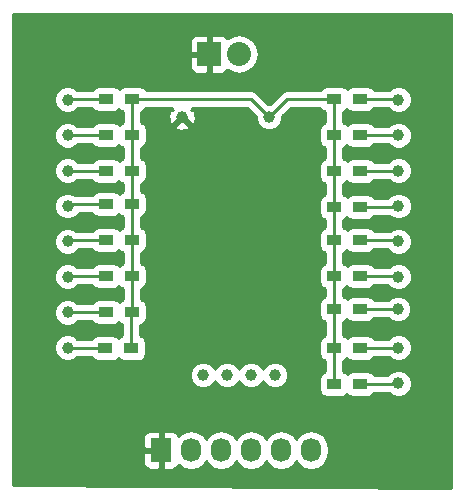
<source format=gbr>
G04 #@! TF.FileFunction,Copper,L2,Bot,Signal*
%FSLAX46Y46*%
G04 Gerber Fmt 4.6, Leading zero omitted, Abs format (unit mm)*
G04 Created by KiCad (PCBNEW 4.0.2-stable) date Friday, July 22, 2016 'PMt' 01:52:08 PM*
%MOMM*%
G01*
G04 APERTURE LIST*
%ADD10C,0.100000*%
%ADD11R,1.200000X0.900000*%
%ADD12C,1.000000*%
%ADD13R,2.032000X2.032000*%
%ADD14O,2.032000X2.032000*%
%ADD15R,1.727200X2.032000*%
%ADD16O,1.727200X2.032000*%
%ADD17C,0.762000*%
%ADD18C,0.250000*%
%ADD19C,0.254000*%
G04 APERTURE END LIST*
D10*
D11*
X249766000Y-113538000D03*
X247566000Y-113538000D03*
X228198500Y-110490000D03*
X230398500Y-110490000D03*
X228262000Y-107442000D03*
X230462000Y-107442000D03*
X228262000Y-104394000D03*
X230462000Y-104394000D03*
X228262000Y-101346000D03*
X230462000Y-101346000D03*
X228262000Y-98298000D03*
X230462000Y-98298000D03*
X228262000Y-95504000D03*
X230462000Y-95504000D03*
X228262000Y-92456000D03*
X230462000Y-92456000D03*
X228262000Y-89408000D03*
X230462000Y-89408000D03*
X249766000Y-89408000D03*
X247566000Y-89408000D03*
X249766000Y-92456000D03*
X247566000Y-92456000D03*
X249766000Y-95504000D03*
X247566000Y-95504000D03*
X249766000Y-98552000D03*
X247566000Y-98552000D03*
X249766000Y-101346000D03*
X247566000Y-101346000D03*
X249766000Y-104394000D03*
X247566000Y-104394000D03*
X249766000Y-107188000D03*
X247566000Y-107188000D03*
X249766000Y-110490000D03*
X247566000Y-110490000D03*
D12*
X242062000Y-90932000D03*
X234696000Y-90932000D03*
X253000000Y-113460000D03*
X236474000Y-112776000D03*
X238506000Y-112776000D03*
X240538000Y-112776000D03*
X242570000Y-112776000D03*
X225000000Y-110460000D03*
X225000000Y-107460000D03*
X225000000Y-104460000D03*
X225000000Y-101460000D03*
X225000000Y-98460000D03*
X225000000Y-95460000D03*
X225000000Y-92460000D03*
X225000000Y-89460000D03*
X253000000Y-89460000D03*
X253000000Y-92460000D03*
X253000000Y-95460000D03*
X253000000Y-98460000D03*
X253000000Y-101460000D03*
X253000000Y-104460000D03*
X252984000Y-107188000D03*
X253000000Y-110460000D03*
D13*
X236982000Y-85598000D03*
D14*
X239522000Y-85598000D03*
D15*
X232918000Y-119126000D03*
D16*
X235458000Y-119126000D03*
X237998000Y-119126000D03*
X240538000Y-119126000D03*
X243078000Y-119126000D03*
X245618000Y-119126000D03*
D17*
X233934000Y-109474000D03*
D18*
X230462000Y-89408000D02*
X240538000Y-89408000D01*
X240538000Y-89408000D02*
X242062000Y-90932000D01*
X247566000Y-89408000D02*
X243586000Y-89408000D01*
X243586000Y-89408000D02*
X242062000Y-90932000D01*
X247566000Y-110490000D02*
X247566000Y-113538000D01*
X247566000Y-107188000D02*
X247566000Y-110490000D01*
X247566000Y-104394000D02*
X247566000Y-107188000D01*
X247566000Y-101346000D02*
X247566000Y-104394000D01*
X247566000Y-98552000D02*
X247566000Y-101346000D01*
X247566000Y-95504000D02*
X247566000Y-98552000D01*
X247566000Y-92456000D02*
X247566000Y-95504000D01*
X247566000Y-89408000D02*
X247566000Y-92456000D01*
X230462000Y-107442000D02*
X230462000Y-104394000D01*
X230398500Y-110490000D02*
X230398500Y-107505500D01*
X230398500Y-107505500D02*
X230462000Y-107442000D01*
X230462000Y-101346000D02*
X230462000Y-104394000D01*
X230462000Y-98298000D02*
X230462000Y-101346000D01*
X230462000Y-95504000D02*
X230462000Y-98298000D01*
X230462000Y-92456000D02*
X230462000Y-95504000D01*
X230462000Y-89408000D02*
X230462000Y-92456000D01*
X233934000Y-109474000D02*
X235204000Y-109474000D01*
X236982000Y-85598000D02*
X233426000Y-85598000D01*
X228262000Y-89408000D02*
X225052000Y-89408000D01*
X225052000Y-89408000D02*
X225000000Y-89460000D01*
X228262000Y-92456000D02*
X225004000Y-92456000D01*
X225004000Y-92456000D02*
X225000000Y-92460000D01*
X228262000Y-95504000D02*
X225044000Y-95504000D01*
X225044000Y-95504000D02*
X225000000Y-95460000D01*
X228262000Y-98298000D02*
X225162000Y-98298000D01*
X225162000Y-98298000D02*
X225000000Y-98460000D01*
X228262000Y-101346000D02*
X225114000Y-101346000D01*
X225114000Y-101346000D02*
X225000000Y-101460000D01*
X228262000Y-104394000D02*
X225066000Y-104394000D01*
X225066000Y-104394000D02*
X225000000Y-104460000D01*
X228262000Y-107442000D02*
X225018000Y-107442000D01*
X225018000Y-107442000D02*
X225000000Y-107460000D01*
X228198500Y-110490000D02*
X225030000Y-110490000D01*
X225030000Y-110490000D02*
X225000000Y-110460000D01*
X225000000Y-110460000D02*
X228168500Y-110460000D01*
X228168500Y-110460000D02*
X228198500Y-110490000D01*
X228168500Y-110460000D02*
X228198500Y-110490000D01*
X249766000Y-113538000D02*
X252922000Y-113538000D01*
X252922000Y-113538000D02*
X253000000Y-113460000D01*
X249766000Y-110490000D02*
X252970000Y-110490000D01*
X252970000Y-110490000D02*
X253000000Y-110460000D01*
X249766000Y-107188000D02*
X252984000Y-107188000D01*
X249766000Y-104394000D02*
X252934000Y-104394000D01*
X252934000Y-104394000D02*
X253000000Y-104460000D01*
X249766000Y-101346000D02*
X252886000Y-101346000D01*
X252886000Y-101346000D02*
X253000000Y-101460000D01*
X249766000Y-98552000D02*
X252908000Y-98552000D01*
X252908000Y-98552000D02*
X253000000Y-98460000D01*
X249766000Y-95504000D02*
X252956000Y-95504000D01*
X252956000Y-95504000D02*
X253000000Y-95460000D01*
X249766000Y-92456000D02*
X252996000Y-92456000D01*
X252996000Y-92456000D02*
X253000000Y-92460000D01*
X249766000Y-89408000D02*
X252948000Y-89408000D01*
X252948000Y-89408000D02*
X253000000Y-89460000D01*
D19*
G36*
X257429000Y-122300133D02*
X220345000Y-122047861D01*
X220345000Y-119411750D01*
X231419400Y-119411750D01*
X231419400Y-120268309D01*
X231516073Y-120501698D01*
X231694701Y-120680327D01*
X231928090Y-120777000D01*
X232632250Y-120777000D01*
X232791000Y-120618250D01*
X232791000Y-119253000D01*
X231578150Y-119253000D01*
X231419400Y-119411750D01*
X220345000Y-119411750D01*
X220345000Y-117983691D01*
X231419400Y-117983691D01*
X231419400Y-118840250D01*
X231578150Y-118999000D01*
X232791000Y-118999000D01*
X232791000Y-117633750D01*
X233045000Y-117633750D01*
X233045000Y-118999000D01*
X233065000Y-118999000D01*
X233065000Y-119253000D01*
X233045000Y-119253000D01*
X233045000Y-120618250D01*
X233203750Y-120777000D01*
X233907910Y-120777000D01*
X234141299Y-120680327D01*
X234319927Y-120501698D01*
X234383500Y-120348220D01*
X234398330Y-120370415D01*
X234884511Y-120695271D01*
X235458000Y-120809345D01*
X236031489Y-120695271D01*
X236517670Y-120370415D01*
X236728000Y-120055634D01*
X236938330Y-120370415D01*
X237424511Y-120695271D01*
X237998000Y-120809345D01*
X238571489Y-120695271D01*
X239057670Y-120370415D01*
X239268000Y-120055634D01*
X239478330Y-120370415D01*
X239964511Y-120695271D01*
X240538000Y-120809345D01*
X241111489Y-120695271D01*
X241597670Y-120370415D01*
X241808000Y-120055634D01*
X242018330Y-120370415D01*
X242504511Y-120695271D01*
X243078000Y-120809345D01*
X243651489Y-120695271D01*
X244137670Y-120370415D01*
X244348000Y-120055634D01*
X244558330Y-120370415D01*
X245044511Y-120695271D01*
X245618000Y-120809345D01*
X246191489Y-120695271D01*
X246677670Y-120370415D01*
X247002526Y-119884234D01*
X247116600Y-119310745D01*
X247116600Y-118941255D01*
X247002526Y-118367766D01*
X246677670Y-117881585D01*
X246191489Y-117556729D01*
X245618000Y-117442655D01*
X245044511Y-117556729D01*
X244558330Y-117881585D01*
X244348000Y-118196366D01*
X244137670Y-117881585D01*
X243651489Y-117556729D01*
X243078000Y-117442655D01*
X242504511Y-117556729D01*
X242018330Y-117881585D01*
X241808000Y-118196366D01*
X241597670Y-117881585D01*
X241111489Y-117556729D01*
X240538000Y-117442655D01*
X239964511Y-117556729D01*
X239478330Y-117881585D01*
X239268000Y-118196366D01*
X239057670Y-117881585D01*
X238571489Y-117556729D01*
X237998000Y-117442655D01*
X237424511Y-117556729D01*
X236938330Y-117881585D01*
X236728000Y-118196366D01*
X236517670Y-117881585D01*
X236031489Y-117556729D01*
X235458000Y-117442655D01*
X234884511Y-117556729D01*
X234398330Y-117881585D01*
X234383500Y-117903780D01*
X234319927Y-117750302D01*
X234141299Y-117571673D01*
X233907910Y-117475000D01*
X233203750Y-117475000D01*
X233045000Y-117633750D01*
X232791000Y-117633750D01*
X232632250Y-117475000D01*
X231928090Y-117475000D01*
X231694701Y-117571673D01*
X231516073Y-117750302D01*
X231419400Y-117983691D01*
X220345000Y-117983691D01*
X220345000Y-113000775D01*
X235338803Y-113000775D01*
X235511233Y-113418086D01*
X235830235Y-113737645D01*
X236247244Y-113910803D01*
X236698775Y-113911197D01*
X237116086Y-113738767D01*
X237435645Y-113419765D01*
X237489920Y-113289058D01*
X237543233Y-113418086D01*
X237862235Y-113737645D01*
X238279244Y-113910803D01*
X238730775Y-113911197D01*
X239148086Y-113738767D01*
X239467645Y-113419765D01*
X239521920Y-113289058D01*
X239575233Y-113418086D01*
X239894235Y-113737645D01*
X240311244Y-113910803D01*
X240762775Y-113911197D01*
X241180086Y-113738767D01*
X241499645Y-113419765D01*
X241553920Y-113289058D01*
X241607233Y-113418086D01*
X241926235Y-113737645D01*
X242343244Y-113910803D01*
X242794775Y-113911197D01*
X243212086Y-113738767D01*
X243531645Y-113419765D01*
X243704803Y-113002756D01*
X243705197Y-112551225D01*
X243532767Y-112133914D01*
X243213765Y-111814355D01*
X242796756Y-111641197D01*
X242345225Y-111640803D01*
X241927914Y-111813233D01*
X241608355Y-112132235D01*
X241554080Y-112262942D01*
X241500767Y-112133914D01*
X241181765Y-111814355D01*
X240764756Y-111641197D01*
X240313225Y-111640803D01*
X239895914Y-111813233D01*
X239576355Y-112132235D01*
X239522080Y-112262942D01*
X239468767Y-112133914D01*
X239149765Y-111814355D01*
X238732756Y-111641197D01*
X238281225Y-111640803D01*
X237863914Y-111813233D01*
X237544355Y-112132235D01*
X237490080Y-112262942D01*
X237436767Y-112133914D01*
X237117765Y-111814355D01*
X236700756Y-111641197D01*
X236249225Y-111640803D01*
X235831914Y-111813233D01*
X235512355Y-112132235D01*
X235339197Y-112549244D01*
X235338803Y-113000775D01*
X220345000Y-113000775D01*
X220345000Y-89684775D01*
X223864803Y-89684775D01*
X224037233Y-90102086D01*
X224356235Y-90421645D01*
X224773244Y-90594803D01*
X225224775Y-90595197D01*
X225642086Y-90422767D01*
X225897298Y-90168000D01*
X227106895Y-90168000D01*
X227197910Y-90309441D01*
X227410110Y-90454431D01*
X227662000Y-90505440D01*
X228862000Y-90505440D01*
X229097317Y-90461162D01*
X229313441Y-90322090D01*
X229361134Y-90252289D01*
X229397910Y-90309441D01*
X229610110Y-90454431D01*
X229702000Y-90473039D01*
X229702000Y-91388666D01*
X229626683Y-91402838D01*
X229410559Y-91541910D01*
X229362866Y-91611711D01*
X229326090Y-91554559D01*
X229113890Y-91409569D01*
X228862000Y-91358560D01*
X227662000Y-91358560D01*
X227426683Y-91402838D01*
X227210559Y-91541910D01*
X227105274Y-91696000D01*
X225841065Y-91696000D01*
X225643765Y-91498355D01*
X225226756Y-91325197D01*
X224775225Y-91324803D01*
X224357914Y-91497233D01*
X224038355Y-91816235D01*
X223865197Y-92233244D01*
X223864803Y-92684775D01*
X224037233Y-93102086D01*
X224356235Y-93421645D01*
X224773244Y-93594803D01*
X225224775Y-93595197D01*
X225642086Y-93422767D01*
X225849214Y-93216000D01*
X227106895Y-93216000D01*
X227197910Y-93357441D01*
X227410110Y-93502431D01*
X227662000Y-93553440D01*
X228862000Y-93553440D01*
X229097317Y-93509162D01*
X229313441Y-93370090D01*
X229361134Y-93300289D01*
X229397910Y-93357441D01*
X229610110Y-93502431D01*
X229702000Y-93521039D01*
X229702000Y-94436666D01*
X229626683Y-94450838D01*
X229410559Y-94589910D01*
X229362866Y-94659711D01*
X229326090Y-94602559D01*
X229113890Y-94457569D01*
X228862000Y-94406560D01*
X227662000Y-94406560D01*
X227426683Y-94450838D01*
X227210559Y-94589910D01*
X227105274Y-94744000D01*
X225888982Y-94744000D01*
X225643765Y-94498355D01*
X225226756Y-94325197D01*
X224775225Y-94324803D01*
X224357914Y-94497233D01*
X224038355Y-94816235D01*
X223865197Y-95233244D01*
X223864803Y-95684775D01*
X224037233Y-96102086D01*
X224356235Y-96421645D01*
X224773244Y-96594803D01*
X225224775Y-96595197D01*
X225642086Y-96422767D01*
X225801130Y-96264000D01*
X227106895Y-96264000D01*
X227197910Y-96405441D01*
X227410110Y-96550431D01*
X227662000Y-96601440D01*
X228862000Y-96601440D01*
X229097317Y-96557162D01*
X229313441Y-96418090D01*
X229361134Y-96348289D01*
X229397910Y-96405441D01*
X229610110Y-96550431D01*
X229702000Y-96569039D01*
X229702000Y-97230666D01*
X229626683Y-97244838D01*
X229410559Y-97383910D01*
X229362866Y-97453711D01*
X229326090Y-97396559D01*
X229113890Y-97251569D01*
X228862000Y-97200560D01*
X227662000Y-97200560D01*
X227426683Y-97244838D01*
X227210559Y-97383910D01*
X227105274Y-97538000D01*
X225683341Y-97538000D01*
X225643765Y-97498355D01*
X225226756Y-97325197D01*
X224775225Y-97324803D01*
X224357914Y-97497233D01*
X224038355Y-97816235D01*
X223865197Y-98233244D01*
X223864803Y-98684775D01*
X224037233Y-99102086D01*
X224356235Y-99421645D01*
X224773244Y-99594803D01*
X225224775Y-99595197D01*
X225642086Y-99422767D01*
X225961645Y-99103765D01*
X225980648Y-99058000D01*
X227106895Y-99058000D01*
X227197910Y-99199441D01*
X227410110Y-99344431D01*
X227662000Y-99395440D01*
X228862000Y-99395440D01*
X229097317Y-99351162D01*
X229313441Y-99212090D01*
X229361134Y-99142289D01*
X229397910Y-99199441D01*
X229610110Y-99344431D01*
X229702000Y-99363039D01*
X229702000Y-100278666D01*
X229626683Y-100292838D01*
X229410559Y-100431910D01*
X229362866Y-100501711D01*
X229326090Y-100444559D01*
X229113890Y-100299569D01*
X228862000Y-100248560D01*
X227662000Y-100248560D01*
X227426683Y-100292838D01*
X227210559Y-100431910D01*
X227105274Y-100586000D01*
X225731257Y-100586000D01*
X225643765Y-100498355D01*
X225226756Y-100325197D01*
X224775225Y-100324803D01*
X224357914Y-100497233D01*
X224038355Y-100816235D01*
X223865197Y-101233244D01*
X223864803Y-101684775D01*
X224037233Y-102102086D01*
X224356235Y-102421645D01*
X224773244Y-102594803D01*
X225224775Y-102595197D01*
X225642086Y-102422767D01*
X225959406Y-102106000D01*
X227106895Y-102106000D01*
X227197910Y-102247441D01*
X227410110Y-102392431D01*
X227662000Y-102443440D01*
X228862000Y-102443440D01*
X229097317Y-102399162D01*
X229313441Y-102260090D01*
X229361134Y-102190289D01*
X229397910Y-102247441D01*
X229610110Y-102392431D01*
X229702000Y-102411039D01*
X229702000Y-103326666D01*
X229626683Y-103340838D01*
X229410559Y-103479910D01*
X229362866Y-103549711D01*
X229326090Y-103492559D01*
X229113890Y-103347569D01*
X228862000Y-103296560D01*
X227662000Y-103296560D01*
X227426683Y-103340838D01*
X227210559Y-103479910D01*
X227105274Y-103634000D01*
X225779174Y-103634000D01*
X225643765Y-103498355D01*
X225226756Y-103325197D01*
X224775225Y-103324803D01*
X224357914Y-103497233D01*
X224038355Y-103816235D01*
X223865197Y-104233244D01*
X223864803Y-104684775D01*
X224037233Y-105102086D01*
X224356235Y-105421645D01*
X224773244Y-105594803D01*
X225224775Y-105595197D01*
X225642086Y-105422767D01*
X225911322Y-105154000D01*
X227106895Y-105154000D01*
X227197910Y-105295441D01*
X227410110Y-105440431D01*
X227662000Y-105491440D01*
X228862000Y-105491440D01*
X229097317Y-105447162D01*
X229313441Y-105308090D01*
X229361134Y-105238289D01*
X229397910Y-105295441D01*
X229610110Y-105440431D01*
X229702000Y-105459039D01*
X229702000Y-106374666D01*
X229626683Y-106388838D01*
X229410559Y-106527910D01*
X229362866Y-106597711D01*
X229326090Y-106540559D01*
X229113890Y-106395569D01*
X228862000Y-106344560D01*
X227662000Y-106344560D01*
X227426683Y-106388838D01*
X227210559Y-106527910D01*
X227105274Y-106682000D01*
X225827090Y-106682000D01*
X225643765Y-106498355D01*
X225226756Y-106325197D01*
X224775225Y-106324803D01*
X224357914Y-106497233D01*
X224038355Y-106816235D01*
X223865197Y-107233244D01*
X223864803Y-107684775D01*
X224037233Y-108102086D01*
X224356235Y-108421645D01*
X224773244Y-108594803D01*
X225224775Y-108595197D01*
X225642086Y-108422767D01*
X225863238Y-108202000D01*
X227106895Y-108202000D01*
X227197910Y-108343441D01*
X227410110Y-108488431D01*
X227662000Y-108539440D01*
X228862000Y-108539440D01*
X229097317Y-108495162D01*
X229313441Y-108356090D01*
X229361134Y-108286289D01*
X229397910Y-108343441D01*
X229610110Y-108488431D01*
X229638500Y-108494180D01*
X229638500Y-109422666D01*
X229563183Y-109436838D01*
X229347059Y-109575910D01*
X229299366Y-109645711D01*
X229262590Y-109588559D01*
X229050390Y-109443569D01*
X228798500Y-109392560D01*
X227598500Y-109392560D01*
X227363183Y-109436838D01*
X227147059Y-109575910D01*
X227062272Y-109700000D01*
X225845059Y-109700000D01*
X225643765Y-109498355D01*
X225226756Y-109325197D01*
X224775225Y-109324803D01*
X224357914Y-109497233D01*
X224038355Y-109816235D01*
X223865197Y-110233244D01*
X223864803Y-110684775D01*
X224037233Y-111102086D01*
X224356235Y-111421645D01*
X224773244Y-111594803D01*
X225224775Y-111595197D01*
X225642086Y-111422767D01*
X225815155Y-111250000D01*
X227043395Y-111250000D01*
X227134410Y-111391441D01*
X227346610Y-111536431D01*
X227598500Y-111587440D01*
X228798500Y-111587440D01*
X229033817Y-111543162D01*
X229249941Y-111404090D01*
X229297634Y-111334289D01*
X229334410Y-111391441D01*
X229546610Y-111536431D01*
X229798500Y-111587440D01*
X230998500Y-111587440D01*
X231233817Y-111543162D01*
X231449941Y-111404090D01*
X231594931Y-111191890D01*
X231645940Y-110940000D01*
X231645940Y-110040000D01*
X231601662Y-109804683D01*
X231462590Y-109588559D01*
X231250390Y-109443569D01*
X231158500Y-109424961D01*
X231158500Y-108521282D01*
X231297317Y-108495162D01*
X231513441Y-108356090D01*
X231658431Y-108143890D01*
X231709440Y-107892000D01*
X231709440Y-106992000D01*
X231665162Y-106756683D01*
X231526090Y-106540559D01*
X231313890Y-106395569D01*
X231222000Y-106376961D01*
X231222000Y-105461334D01*
X231297317Y-105447162D01*
X231513441Y-105308090D01*
X231658431Y-105095890D01*
X231709440Y-104844000D01*
X231709440Y-103944000D01*
X231665162Y-103708683D01*
X231526090Y-103492559D01*
X231313890Y-103347569D01*
X231222000Y-103328961D01*
X231222000Y-102413334D01*
X231297317Y-102399162D01*
X231513441Y-102260090D01*
X231658431Y-102047890D01*
X231709440Y-101796000D01*
X231709440Y-100896000D01*
X231665162Y-100660683D01*
X231526090Y-100444559D01*
X231313890Y-100299569D01*
X231222000Y-100280961D01*
X231222000Y-99365334D01*
X231297317Y-99351162D01*
X231513441Y-99212090D01*
X231658431Y-98999890D01*
X231709440Y-98748000D01*
X231709440Y-97848000D01*
X231665162Y-97612683D01*
X231526090Y-97396559D01*
X231313890Y-97251569D01*
X231222000Y-97232961D01*
X231222000Y-96571334D01*
X231297317Y-96557162D01*
X231513441Y-96418090D01*
X231658431Y-96205890D01*
X231709440Y-95954000D01*
X231709440Y-95054000D01*
X231665162Y-94818683D01*
X231526090Y-94602559D01*
X231313890Y-94457569D01*
X231222000Y-94438961D01*
X231222000Y-93523334D01*
X231297317Y-93509162D01*
X231513441Y-93370090D01*
X231658431Y-93157890D01*
X231709440Y-92906000D01*
X231709440Y-92006000D01*
X231665162Y-91770683D01*
X231633903Y-91722104D01*
X234085501Y-91722104D01*
X234122648Y-91937217D01*
X234550972Y-92080112D01*
X235001375Y-92048217D01*
X235269352Y-91937217D01*
X235306499Y-91722104D01*
X234696000Y-91111605D01*
X234085501Y-91722104D01*
X231633903Y-91722104D01*
X231526090Y-91554559D01*
X231313890Y-91409569D01*
X231222000Y-91390961D01*
X231222000Y-90475334D01*
X231297317Y-90461162D01*
X231513441Y-90322090D01*
X231618726Y-90168000D01*
X233826940Y-90168000D01*
X233789666Y-90205274D01*
X233905893Y-90321501D01*
X233690783Y-90358648D01*
X233547888Y-90786972D01*
X233579783Y-91237375D01*
X233690783Y-91505352D01*
X233905896Y-91542499D01*
X234516395Y-90932000D01*
X234502253Y-90917858D01*
X234681858Y-90738253D01*
X234696000Y-90752395D01*
X234710143Y-90738253D01*
X234889748Y-90917858D01*
X234875605Y-90932000D01*
X235486104Y-91542499D01*
X235701217Y-91505352D01*
X235844112Y-91077028D01*
X235812217Y-90626625D01*
X235701217Y-90358648D01*
X235486107Y-90321501D01*
X235602334Y-90205274D01*
X235565060Y-90168000D01*
X240223198Y-90168000D01*
X240927052Y-90871854D01*
X240926803Y-91156775D01*
X241099233Y-91574086D01*
X241418235Y-91893645D01*
X241835244Y-92066803D01*
X242286775Y-92067197D01*
X242704086Y-91894767D01*
X243023645Y-91575765D01*
X243196803Y-91158756D01*
X243197053Y-90871749D01*
X243900802Y-90168000D01*
X246410895Y-90168000D01*
X246501910Y-90309441D01*
X246714110Y-90454431D01*
X246806000Y-90473039D01*
X246806000Y-91388666D01*
X246730683Y-91402838D01*
X246514559Y-91541910D01*
X246369569Y-91754110D01*
X246318560Y-92006000D01*
X246318560Y-92906000D01*
X246362838Y-93141317D01*
X246501910Y-93357441D01*
X246714110Y-93502431D01*
X246806000Y-93521039D01*
X246806000Y-94436666D01*
X246730683Y-94450838D01*
X246514559Y-94589910D01*
X246369569Y-94802110D01*
X246318560Y-95054000D01*
X246318560Y-95954000D01*
X246362838Y-96189317D01*
X246501910Y-96405441D01*
X246714110Y-96550431D01*
X246806000Y-96569039D01*
X246806000Y-97484666D01*
X246730683Y-97498838D01*
X246514559Y-97637910D01*
X246369569Y-97850110D01*
X246318560Y-98102000D01*
X246318560Y-99002000D01*
X246362838Y-99237317D01*
X246501910Y-99453441D01*
X246714110Y-99598431D01*
X246806000Y-99617039D01*
X246806000Y-100278666D01*
X246730683Y-100292838D01*
X246514559Y-100431910D01*
X246369569Y-100644110D01*
X246318560Y-100896000D01*
X246318560Y-101796000D01*
X246362838Y-102031317D01*
X246501910Y-102247441D01*
X246714110Y-102392431D01*
X246806000Y-102411039D01*
X246806000Y-103326666D01*
X246730683Y-103340838D01*
X246514559Y-103479910D01*
X246369569Y-103692110D01*
X246318560Y-103944000D01*
X246318560Y-104844000D01*
X246362838Y-105079317D01*
X246501910Y-105295441D01*
X246714110Y-105440431D01*
X246806000Y-105459039D01*
X246806000Y-106120666D01*
X246730683Y-106134838D01*
X246514559Y-106273910D01*
X246369569Y-106486110D01*
X246318560Y-106738000D01*
X246318560Y-107638000D01*
X246362838Y-107873317D01*
X246501910Y-108089441D01*
X246714110Y-108234431D01*
X246806000Y-108253039D01*
X246806000Y-109422666D01*
X246730683Y-109436838D01*
X246514559Y-109575910D01*
X246369569Y-109788110D01*
X246318560Y-110040000D01*
X246318560Y-110940000D01*
X246362838Y-111175317D01*
X246501910Y-111391441D01*
X246714110Y-111536431D01*
X246806000Y-111555039D01*
X246806000Y-112470666D01*
X246730683Y-112484838D01*
X246514559Y-112623910D01*
X246369569Y-112836110D01*
X246318560Y-113088000D01*
X246318560Y-113988000D01*
X246362838Y-114223317D01*
X246501910Y-114439441D01*
X246714110Y-114584431D01*
X246966000Y-114635440D01*
X248166000Y-114635440D01*
X248401317Y-114591162D01*
X248617441Y-114452090D01*
X248665134Y-114382289D01*
X248701910Y-114439441D01*
X248914110Y-114584431D01*
X249166000Y-114635440D01*
X250366000Y-114635440D01*
X250601317Y-114591162D01*
X250817441Y-114452090D01*
X250922726Y-114298000D01*
X252232806Y-114298000D01*
X252356235Y-114421645D01*
X252773244Y-114594803D01*
X253224775Y-114595197D01*
X253642086Y-114422767D01*
X253961645Y-114103765D01*
X254134803Y-113686756D01*
X254135197Y-113235225D01*
X253962767Y-112817914D01*
X253643765Y-112498355D01*
X253226756Y-112325197D01*
X252775225Y-112324803D01*
X252357914Y-112497233D01*
X252076657Y-112778000D01*
X250921105Y-112778000D01*
X250830090Y-112636559D01*
X250617890Y-112491569D01*
X250366000Y-112440560D01*
X249166000Y-112440560D01*
X248930683Y-112484838D01*
X248714559Y-112623910D01*
X248666866Y-112693711D01*
X248630090Y-112636559D01*
X248417890Y-112491569D01*
X248326000Y-112472961D01*
X248326000Y-111557334D01*
X248401317Y-111543162D01*
X248617441Y-111404090D01*
X248665134Y-111334289D01*
X248701910Y-111391441D01*
X248914110Y-111536431D01*
X249166000Y-111587440D01*
X250366000Y-111587440D01*
X250601317Y-111543162D01*
X250817441Y-111404090D01*
X250922726Y-111250000D01*
X252184889Y-111250000D01*
X252356235Y-111421645D01*
X252773244Y-111594803D01*
X253224775Y-111595197D01*
X253642086Y-111422767D01*
X253961645Y-111103765D01*
X254134803Y-110686756D01*
X254135197Y-110235225D01*
X253962767Y-109817914D01*
X253643765Y-109498355D01*
X253226756Y-109325197D01*
X252775225Y-109324803D01*
X252357914Y-109497233D01*
X252124741Y-109730000D01*
X250921105Y-109730000D01*
X250830090Y-109588559D01*
X250617890Y-109443569D01*
X250366000Y-109392560D01*
X249166000Y-109392560D01*
X248930683Y-109436838D01*
X248714559Y-109575910D01*
X248666866Y-109645711D01*
X248630090Y-109588559D01*
X248417890Y-109443569D01*
X248326000Y-109424961D01*
X248326000Y-108255334D01*
X248401317Y-108241162D01*
X248617441Y-108102090D01*
X248665134Y-108032289D01*
X248701910Y-108089441D01*
X248914110Y-108234431D01*
X249166000Y-108285440D01*
X250366000Y-108285440D01*
X250601317Y-108241162D01*
X250817441Y-108102090D01*
X250922726Y-107948000D01*
X252138941Y-107948000D01*
X252340235Y-108149645D01*
X252757244Y-108322803D01*
X253208775Y-108323197D01*
X253626086Y-108150767D01*
X253945645Y-107831765D01*
X254118803Y-107414756D01*
X254119197Y-106963225D01*
X253946767Y-106545914D01*
X253627765Y-106226355D01*
X253210756Y-106053197D01*
X252759225Y-106052803D01*
X252341914Y-106225233D01*
X252138793Y-106428000D01*
X250921105Y-106428000D01*
X250830090Y-106286559D01*
X250617890Y-106141569D01*
X250366000Y-106090560D01*
X249166000Y-106090560D01*
X248930683Y-106134838D01*
X248714559Y-106273910D01*
X248666866Y-106343711D01*
X248630090Y-106286559D01*
X248417890Y-106141569D01*
X248326000Y-106122961D01*
X248326000Y-105461334D01*
X248401317Y-105447162D01*
X248617441Y-105308090D01*
X248665134Y-105238289D01*
X248701910Y-105295441D01*
X248914110Y-105440431D01*
X249166000Y-105491440D01*
X250366000Y-105491440D01*
X250601317Y-105447162D01*
X250817441Y-105308090D01*
X250922726Y-105154000D01*
X252089057Y-105154000D01*
X252356235Y-105421645D01*
X252773244Y-105594803D01*
X253224775Y-105595197D01*
X253642086Y-105422767D01*
X253961645Y-105103765D01*
X254134803Y-104686756D01*
X254135197Y-104235225D01*
X253962767Y-103817914D01*
X253643765Y-103498355D01*
X253226756Y-103325197D01*
X252775225Y-103324803D01*
X252357914Y-103497233D01*
X252220908Y-103634000D01*
X250921105Y-103634000D01*
X250830090Y-103492559D01*
X250617890Y-103347569D01*
X250366000Y-103296560D01*
X249166000Y-103296560D01*
X248930683Y-103340838D01*
X248714559Y-103479910D01*
X248666866Y-103549711D01*
X248630090Y-103492559D01*
X248417890Y-103347569D01*
X248326000Y-103328961D01*
X248326000Y-102413334D01*
X248401317Y-102399162D01*
X248617441Y-102260090D01*
X248665134Y-102190289D01*
X248701910Y-102247441D01*
X248914110Y-102392431D01*
X249166000Y-102443440D01*
X250366000Y-102443440D01*
X250601317Y-102399162D01*
X250817441Y-102260090D01*
X250922726Y-102106000D01*
X252041140Y-102106000D01*
X252356235Y-102421645D01*
X252773244Y-102594803D01*
X253224775Y-102595197D01*
X253642086Y-102422767D01*
X253961645Y-102103765D01*
X254134803Y-101686756D01*
X254135197Y-101235225D01*
X253962767Y-100817914D01*
X253643765Y-100498355D01*
X253226756Y-100325197D01*
X252775225Y-100324803D01*
X252357914Y-100497233D01*
X252268992Y-100586000D01*
X250921105Y-100586000D01*
X250830090Y-100444559D01*
X250617890Y-100299569D01*
X250366000Y-100248560D01*
X249166000Y-100248560D01*
X248930683Y-100292838D01*
X248714559Y-100431910D01*
X248666866Y-100501711D01*
X248630090Y-100444559D01*
X248417890Y-100299569D01*
X248326000Y-100280961D01*
X248326000Y-99619334D01*
X248401317Y-99605162D01*
X248617441Y-99466090D01*
X248665134Y-99396289D01*
X248701910Y-99453441D01*
X248914110Y-99598431D01*
X249166000Y-99649440D01*
X250366000Y-99649440D01*
X250601317Y-99605162D01*
X250817441Y-99466090D01*
X250922726Y-99312000D01*
X252246781Y-99312000D01*
X252356235Y-99421645D01*
X252773244Y-99594803D01*
X253224775Y-99595197D01*
X253642086Y-99422767D01*
X253961645Y-99103765D01*
X254134803Y-98686756D01*
X254135197Y-98235225D01*
X253962767Y-97817914D01*
X253643765Y-97498355D01*
X253226756Y-97325197D01*
X252775225Y-97324803D01*
X252357914Y-97497233D01*
X252062632Y-97792000D01*
X250921105Y-97792000D01*
X250830090Y-97650559D01*
X250617890Y-97505569D01*
X250366000Y-97454560D01*
X249166000Y-97454560D01*
X248930683Y-97498838D01*
X248714559Y-97637910D01*
X248666866Y-97707711D01*
X248630090Y-97650559D01*
X248417890Y-97505569D01*
X248326000Y-97486961D01*
X248326000Y-96571334D01*
X248401317Y-96557162D01*
X248617441Y-96418090D01*
X248665134Y-96348289D01*
X248701910Y-96405441D01*
X248914110Y-96550431D01*
X249166000Y-96601440D01*
X250366000Y-96601440D01*
X250601317Y-96557162D01*
X250817441Y-96418090D01*
X250922726Y-96264000D01*
X252198865Y-96264000D01*
X252356235Y-96421645D01*
X252773244Y-96594803D01*
X253224775Y-96595197D01*
X253642086Y-96422767D01*
X253961645Y-96103765D01*
X254134803Y-95686756D01*
X254135197Y-95235225D01*
X253962767Y-94817914D01*
X253643765Y-94498355D01*
X253226756Y-94325197D01*
X252775225Y-94324803D01*
X252357914Y-94497233D01*
X252110716Y-94744000D01*
X250921105Y-94744000D01*
X250830090Y-94602559D01*
X250617890Y-94457569D01*
X250366000Y-94406560D01*
X249166000Y-94406560D01*
X248930683Y-94450838D01*
X248714559Y-94589910D01*
X248666866Y-94659711D01*
X248630090Y-94602559D01*
X248417890Y-94457569D01*
X248326000Y-94438961D01*
X248326000Y-93523334D01*
X248401317Y-93509162D01*
X248617441Y-93370090D01*
X248665134Y-93300289D01*
X248701910Y-93357441D01*
X248914110Y-93502431D01*
X249166000Y-93553440D01*
X250366000Y-93553440D01*
X250601317Y-93509162D01*
X250817441Y-93370090D01*
X250922726Y-93216000D01*
X252150948Y-93216000D01*
X252356235Y-93421645D01*
X252773244Y-93594803D01*
X253224775Y-93595197D01*
X253642086Y-93422767D01*
X253961645Y-93103765D01*
X254134803Y-92686756D01*
X254135197Y-92235225D01*
X253962767Y-91817914D01*
X253643765Y-91498355D01*
X253226756Y-91325197D01*
X252775225Y-91324803D01*
X252357914Y-91497233D01*
X252158800Y-91696000D01*
X250921105Y-91696000D01*
X250830090Y-91554559D01*
X250617890Y-91409569D01*
X250366000Y-91358560D01*
X249166000Y-91358560D01*
X248930683Y-91402838D01*
X248714559Y-91541910D01*
X248666866Y-91611711D01*
X248630090Y-91554559D01*
X248417890Y-91409569D01*
X248326000Y-91390961D01*
X248326000Y-90475334D01*
X248401317Y-90461162D01*
X248617441Y-90322090D01*
X248665134Y-90252289D01*
X248701910Y-90309441D01*
X248914110Y-90454431D01*
X249166000Y-90505440D01*
X250366000Y-90505440D01*
X250601317Y-90461162D01*
X250817441Y-90322090D01*
X250922726Y-90168000D01*
X252103032Y-90168000D01*
X252356235Y-90421645D01*
X252773244Y-90594803D01*
X253224775Y-90595197D01*
X253642086Y-90422767D01*
X253961645Y-90103765D01*
X254134803Y-89686756D01*
X254135197Y-89235225D01*
X253962767Y-88817914D01*
X253643765Y-88498355D01*
X253226756Y-88325197D01*
X252775225Y-88324803D01*
X252357914Y-88497233D01*
X252206884Y-88648000D01*
X250921105Y-88648000D01*
X250830090Y-88506559D01*
X250617890Y-88361569D01*
X250366000Y-88310560D01*
X249166000Y-88310560D01*
X248930683Y-88354838D01*
X248714559Y-88493910D01*
X248666866Y-88563711D01*
X248630090Y-88506559D01*
X248417890Y-88361569D01*
X248166000Y-88310560D01*
X246966000Y-88310560D01*
X246730683Y-88354838D01*
X246514559Y-88493910D01*
X246409274Y-88648000D01*
X243586000Y-88648000D01*
X243343414Y-88696254D01*
X243295160Y-88705852D01*
X243048599Y-88870599D01*
X242122146Y-89797052D01*
X242001749Y-89796947D01*
X241075401Y-88870599D01*
X240828839Y-88705852D01*
X240538000Y-88648000D01*
X231617105Y-88648000D01*
X231526090Y-88506559D01*
X231313890Y-88361569D01*
X231062000Y-88310560D01*
X229862000Y-88310560D01*
X229626683Y-88354838D01*
X229410559Y-88493910D01*
X229362866Y-88563711D01*
X229326090Y-88506559D01*
X229113890Y-88361569D01*
X228862000Y-88310560D01*
X227662000Y-88310560D01*
X227426683Y-88354838D01*
X227210559Y-88493910D01*
X227105274Y-88648000D01*
X225793149Y-88648000D01*
X225643765Y-88498355D01*
X225226756Y-88325197D01*
X224775225Y-88324803D01*
X224357914Y-88497233D01*
X224038355Y-88816235D01*
X223865197Y-89233244D01*
X223864803Y-89684775D01*
X220345000Y-89684775D01*
X220345000Y-85883750D01*
X235331000Y-85883750D01*
X235331000Y-86740309D01*
X235427673Y-86973698D01*
X235606301Y-87152327D01*
X235839690Y-87249000D01*
X236696250Y-87249000D01*
X236855000Y-87090250D01*
X236855000Y-85725000D01*
X235489750Y-85725000D01*
X235331000Y-85883750D01*
X220345000Y-85883750D01*
X220345000Y-84455691D01*
X235331000Y-84455691D01*
X235331000Y-85312250D01*
X235489750Y-85471000D01*
X236855000Y-85471000D01*
X236855000Y-84105750D01*
X237109000Y-84105750D01*
X237109000Y-85471000D01*
X237129000Y-85471000D01*
X237129000Y-85725000D01*
X237109000Y-85725000D01*
X237109000Y-87090250D01*
X237267750Y-87249000D01*
X238124310Y-87249000D01*
X238357699Y-87152327D01*
X238536327Y-86973698D01*
X238553999Y-86931034D01*
X238890190Y-87155670D01*
X239522000Y-87281345D01*
X240153810Y-87155670D01*
X240689433Y-86797778D01*
X241047325Y-86262155D01*
X241173000Y-85630345D01*
X241173000Y-85565655D01*
X241047325Y-84933845D01*
X240689433Y-84398222D01*
X240153810Y-84040330D01*
X239522000Y-83914655D01*
X238890190Y-84040330D01*
X238553999Y-84264966D01*
X238536327Y-84222302D01*
X238357699Y-84043673D01*
X238124310Y-83947000D01*
X237267750Y-83947000D01*
X237109000Y-84105750D01*
X236855000Y-84105750D01*
X236696250Y-83947000D01*
X235839690Y-83947000D01*
X235606301Y-84043673D01*
X235427673Y-84222302D01*
X235331000Y-84455691D01*
X220345000Y-84455691D01*
X220345000Y-82169000D01*
X257429000Y-82169000D01*
X257429000Y-122300133D01*
X257429000Y-122300133D01*
G37*
X257429000Y-122300133D02*
X220345000Y-122047861D01*
X220345000Y-119411750D01*
X231419400Y-119411750D01*
X231419400Y-120268309D01*
X231516073Y-120501698D01*
X231694701Y-120680327D01*
X231928090Y-120777000D01*
X232632250Y-120777000D01*
X232791000Y-120618250D01*
X232791000Y-119253000D01*
X231578150Y-119253000D01*
X231419400Y-119411750D01*
X220345000Y-119411750D01*
X220345000Y-117983691D01*
X231419400Y-117983691D01*
X231419400Y-118840250D01*
X231578150Y-118999000D01*
X232791000Y-118999000D01*
X232791000Y-117633750D01*
X233045000Y-117633750D01*
X233045000Y-118999000D01*
X233065000Y-118999000D01*
X233065000Y-119253000D01*
X233045000Y-119253000D01*
X233045000Y-120618250D01*
X233203750Y-120777000D01*
X233907910Y-120777000D01*
X234141299Y-120680327D01*
X234319927Y-120501698D01*
X234383500Y-120348220D01*
X234398330Y-120370415D01*
X234884511Y-120695271D01*
X235458000Y-120809345D01*
X236031489Y-120695271D01*
X236517670Y-120370415D01*
X236728000Y-120055634D01*
X236938330Y-120370415D01*
X237424511Y-120695271D01*
X237998000Y-120809345D01*
X238571489Y-120695271D01*
X239057670Y-120370415D01*
X239268000Y-120055634D01*
X239478330Y-120370415D01*
X239964511Y-120695271D01*
X240538000Y-120809345D01*
X241111489Y-120695271D01*
X241597670Y-120370415D01*
X241808000Y-120055634D01*
X242018330Y-120370415D01*
X242504511Y-120695271D01*
X243078000Y-120809345D01*
X243651489Y-120695271D01*
X244137670Y-120370415D01*
X244348000Y-120055634D01*
X244558330Y-120370415D01*
X245044511Y-120695271D01*
X245618000Y-120809345D01*
X246191489Y-120695271D01*
X246677670Y-120370415D01*
X247002526Y-119884234D01*
X247116600Y-119310745D01*
X247116600Y-118941255D01*
X247002526Y-118367766D01*
X246677670Y-117881585D01*
X246191489Y-117556729D01*
X245618000Y-117442655D01*
X245044511Y-117556729D01*
X244558330Y-117881585D01*
X244348000Y-118196366D01*
X244137670Y-117881585D01*
X243651489Y-117556729D01*
X243078000Y-117442655D01*
X242504511Y-117556729D01*
X242018330Y-117881585D01*
X241808000Y-118196366D01*
X241597670Y-117881585D01*
X241111489Y-117556729D01*
X240538000Y-117442655D01*
X239964511Y-117556729D01*
X239478330Y-117881585D01*
X239268000Y-118196366D01*
X239057670Y-117881585D01*
X238571489Y-117556729D01*
X237998000Y-117442655D01*
X237424511Y-117556729D01*
X236938330Y-117881585D01*
X236728000Y-118196366D01*
X236517670Y-117881585D01*
X236031489Y-117556729D01*
X235458000Y-117442655D01*
X234884511Y-117556729D01*
X234398330Y-117881585D01*
X234383500Y-117903780D01*
X234319927Y-117750302D01*
X234141299Y-117571673D01*
X233907910Y-117475000D01*
X233203750Y-117475000D01*
X233045000Y-117633750D01*
X232791000Y-117633750D01*
X232632250Y-117475000D01*
X231928090Y-117475000D01*
X231694701Y-117571673D01*
X231516073Y-117750302D01*
X231419400Y-117983691D01*
X220345000Y-117983691D01*
X220345000Y-113000775D01*
X235338803Y-113000775D01*
X235511233Y-113418086D01*
X235830235Y-113737645D01*
X236247244Y-113910803D01*
X236698775Y-113911197D01*
X237116086Y-113738767D01*
X237435645Y-113419765D01*
X237489920Y-113289058D01*
X237543233Y-113418086D01*
X237862235Y-113737645D01*
X238279244Y-113910803D01*
X238730775Y-113911197D01*
X239148086Y-113738767D01*
X239467645Y-113419765D01*
X239521920Y-113289058D01*
X239575233Y-113418086D01*
X239894235Y-113737645D01*
X240311244Y-113910803D01*
X240762775Y-113911197D01*
X241180086Y-113738767D01*
X241499645Y-113419765D01*
X241553920Y-113289058D01*
X241607233Y-113418086D01*
X241926235Y-113737645D01*
X242343244Y-113910803D01*
X242794775Y-113911197D01*
X243212086Y-113738767D01*
X243531645Y-113419765D01*
X243704803Y-113002756D01*
X243705197Y-112551225D01*
X243532767Y-112133914D01*
X243213765Y-111814355D01*
X242796756Y-111641197D01*
X242345225Y-111640803D01*
X241927914Y-111813233D01*
X241608355Y-112132235D01*
X241554080Y-112262942D01*
X241500767Y-112133914D01*
X241181765Y-111814355D01*
X240764756Y-111641197D01*
X240313225Y-111640803D01*
X239895914Y-111813233D01*
X239576355Y-112132235D01*
X239522080Y-112262942D01*
X239468767Y-112133914D01*
X239149765Y-111814355D01*
X238732756Y-111641197D01*
X238281225Y-111640803D01*
X237863914Y-111813233D01*
X237544355Y-112132235D01*
X237490080Y-112262942D01*
X237436767Y-112133914D01*
X237117765Y-111814355D01*
X236700756Y-111641197D01*
X236249225Y-111640803D01*
X235831914Y-111813233D01*
X235512355Y-112132235D01*
X235339197Y-112549244D01*
X235338803Y-113000775D01*
X220345000Y-113000775D01*
X220345000Y-89684775D01*
X223864803Y-89684775D01*
X224037233Y-90102086D01*
X224356235Y-90421645D01*
X224773244Y-90594803D01*
X225224775Y-90595197D01*
X225642086Y-90422767D01*
X225897298Y-90168000D01*
X227106895Y-90168000D01*
X227197910Y-90309441D01*
X227410110Y-90454431D01*
X227662000Y-90505440D01*
X228862000Y-90505440D01*
X229097317Y-90461162D01*
X229313441Y-90322090D01*
X229361134Y-90252289D01*
X229397910Y-90309441D01*
X229610110Y-90454431D01*
X229702000Y-90473039D01*
X229702000Y-91388666D01*
X229626683Y-91402838D01*
X229410559Y-91541910D01*
X229362866Y-91611711D01*
X229326090Y-91554559D01*
X229113890Y-91409569D01*
X228862000Y-91358560D01*
X227662000Y-91358560D01*
X227426683Y-91402838D01*
X227210559Y-91541910D01*
X227105274Y-91696000D01*
X225841065Y-91696000D01*
X225643765Y-91498355D01*
X225226756Y-91325197D01*
X224775225Y-91324803D01*
X224357914Y-91497233D01*
X224038355Y-91816235D01*
X223865197Y-92233244D01*
X223864803Y-92684775D01*
X224037233Y-93102086D01*
X224356235Y-93421645D01*
X224773244Y-93594803D01*
X225224775Y-93595197D01*
X225642086Y-93422767D01*
X225849214Y-93216000D01*
X227106895Y-93216000D01*
X227197910Y-93357441D01*
X227410110Y-93502431D01*
X227662000Y-93553440D01*
X228862000Y-93553440D01*
X229097317Y-93509162D01*
X229313441Y-93370090D01*
X229361134Y-93300289D01*
X229397910Y-93357441D01*
X229610110Y-93502431D01*
X229702000Y-93521039D01*
X229702000Y-94436666D01*
X229626683Y-94450838D01*
X229410559Y-94589910D01*
X229362866Y-94659711D01*
X229326090Y-94602559D01*
X229113890Y-94457569D01*
X228862000Y-94406560D01*
X227662000Y-94406560D01*
X227426683Y-94450838D01*
X227210559Y-94589910D01*
X227105274Y-94744000D01*
X225888982Y-94744000D01*
X225643765Y-94498355D01*
X225226756Y-94325197D01*
X224775225Y-94324803D01*
X224357914Y-94497233D01*
X224038355Y-94816235D01*
X223865197Y-95233244D01*
X223864803Y-95684775D01*
X224037233Y-96102086D01*
X224356235Y-96421645D01*
X224773244Y-96594803D01*
X225224775Y-96595197D01*
X225642086Y-96422767D01*
X225801130Y-96264000D01*
X227106895Y-96264000D01*
X227197910Y-96405441D01*
X227410110Y-96550431D01*
X227662000Y-96601440D01*
X228862000Y-96601440D01*
X229097317Y-96557162D01*
X229313441Y-96418090D01*
X229361134Y-96348289D01*
X229397910Y-96405441D01*
X229610110Y-96550431D01*
X229702000Y-96569039D01*
X229702000Y-97230666D01*
X229626683Y-97244838D01*
X229410559Y-97383910D01*
X229362866Y-97453711D01*
X229326090Y-97396559D01*
X229113890Y-97251569D01*
X228862000Y-97200560D01*
X227662000Y-97200560D01*
X227426683Y-97244838D01*
X227210559Y-97383910D01*
X227105274Y-97538000D01*
X225683341Y-97538000D01*
X225643765Y-97498355D01*
X225226756Y-97325197D01*
X224775225Y-97324803D01*
X224357914Y-97497233D01*
X224038355Y-97816235D01*
X223865197Y-98233244D01*
X223864803Y-98684775D01*
X224037233Y-99102086D01*
X224356235Y-99421645D01*
X224773244Y-99594803D01*
X225224775Y-99595197D01*
X225642086Y-99422767D01*
X225961645Y-99103765D01*
X225980648Y-99058000D01*
X227106895Y-99058000D01*
X227197910Y-99199441D01*
X227410110Y-99344431D01*
X227662000Y-99395440D01*
X228862000Y-99395440D01*
X229097317Y-99351162D01*
X229313441Y-99212090D01*
X229361134Y-99142289D01*
X229397910Y-99199441D01*
X229610110Y-99344431D01*
X229702000Y-99363039D01*
X229702000Y-100278666D01*
X229626683Y-100292838D01*
X229410559Y-100431910D01*
X229362866Y-100501711D01*
X229326090Y-100444559D01*
X229113890Y-100299569D01*
X228862000Y-100248560D01*
X227662000Y-100248560D01*
X227426683Y-100292838D01*
X227210559Y-100431910D01*
X227105274Y-100586000D01*
X225731257Y-100586000D01*
X225643765Y-100498355D01*
X225226756Y-100325197D01*
X224775225Y-100324803D01*
X224357914Y-100497233D01*
X224038355Y-100816235D01*
X223865197Y-101233244D01*
X223864803Y-101684775D01*
X224037233Y-102102086D01*
X224356235Y-102421645D01*
X224773244Y-102594803D01*
X225224775Y-102595197D01*
X225642086Y-102422767D01*
X225959406Y-102106000D01*
X227106895Y-102106000D01*
X227197910Y-102247441D01*
X227410110Y-102392431D01*
X227662000Y-102443440D01*
X228862000Y-102443440D01*
X229097317Y-102399162D01*
X229313441Y-102260090D01*
X229361134Y-102190289D01*
X229397910Y-102247441D01*
X229610110Y-102392431D01*
X229702000Y-102411039D01*
X229702000Y-103326666D01*
X229626683Y-103340838D01*
X229410559Y-103479910D01*
X229362866Y-103549711D01*
X229326090Y-103492559D01*
X229113890Y-103347569D01*
X228862000Y-103296560D01*
X227662000Y-103296560D01*
X227426683Y-103340838D01*
X227210559Y-103479910D01*
X227105274Y-103634000D01*
X225779174Y-103634000D01*
X225643765Y-103498355D01*
X225226756Y-103325197D01*
X224775225Y-103324803D01*
X224357914Y-103497233D01*
X224038355Y-103816235D01*
X223865197Y-104233244D01*
X223864803Y-104684775D01*
X224037233Y-105102086D01*
X224356235Y-105421645D01*
X224773244Y-105594803D01*
X225224775Y-105595197D01*
X225642086Y-105422767D01*
X225911322Y-105154000D01*
X227106895Y-105154000D01*
X227197910Y-105295441D01*
X227410110Y-105440431D01*
X227662000Y-105491440D01*
X228862000Y-105491440D01*
X229097317Y-105447162D01*
X229313441Y-105308090D01*
X229361134Y-105238289D01*
X229397910Y-105295441D01*
X229610110Y-105440431D01*
X229702000Y-105459039D01*
X229702000Y-106374666D01*
X229626683Y-106388838D01*
X229410559Y-106527910D01*
X229362866Y-106597711D01*
X229326090Y-106540559D01*
X229113890Y-106395569D01*
X228862000Y-106344560D01*
X227662000Y-106344560D01*
X227426683Y-106388838D01*
X227210559Y-106527910D01*
X227105274Y-106682000D01*
X225827090Y-106682000D01*
X225643765Y-106498355D01*
X225226756Y-106325197D01*
X224775225Y-106324803D01*
X224357914Y-106497233D01*
X224038355Y-106816235D01*
X223865197Y-107233244D01*
X223864803Y-107684775D01*
X224037233Y-108102086D01*
X224356235Y-108421645D01*
X224773244Y-108594803D01*
X225224775Y-108595197D01*
X225642086Y-108422767D01*
X225863238Y-108202000D01*
X227106895Y-108202000D01*
X227197910Y-108343441D01*
X227410110Y-108488431D01*
X227662000Y-108539440D01*
X228862000Y-108539440D01*
X229097317Y-108495162D01*
X229313441Y-108356090D01*
X229361134Y-108286289D01*
X229397910Y-108343441D01*
X229610110Y-108488431D01*
X229638500Y-108494180D01*
X229638500Y-109422666D01*
X229563183Y-109436838D01*
X229347059Y-109575910D01*
X229299366Y-109645711D01*
X229262590Y-109588559D01*
X229050390Y-109443569D01*
X228798500Y-109392560D01*
X227598500Y-109392560D01*
X227363183Y-109436838D01*
X227147059Y-109575910D01*
X227062272Y-109700000D01*
X225845059Y-109700000D01*
X225643765Y-109498355D01*
X225226756Y-109325197D01*
X224775225Y-109324803D01*
X224357914Y-109497233D01*
X224038355Y-109816235D01*
X223865197Y-110233244D01*
X223864803Y-110684775D01*
X224037233Y-111102086D01*
X224356235Y-111421645D01*
X224773244Y-111594803D01*
X225224775Y-111595197D01*
X225642086Y-111422767D01*
X225815155Y-111250000D01*
X227043395Y-111250000D01*
X227134410Y-111391441D01*
X227346610Y-111536431D01*
X227598500Y-111587440D01*
X228798500Y-111587440D01*
X229033817Y-111543162D01*
X229249941Y-111404090D01*
X229297634Y-111334289D01*
X229334410Y-111391441D01*
X229546610Y-111536431D01*
X229798500Y-111587440D01*
X230998500Y-111587440D01*
X231233817Y-111543162D01*
X231449941Y-111404090D01*
X231594931Y-111191890D01*
X231645940Y-110940000D01*
X231645940Y-110040000D01*
X231601662Y-109804683D01*
X231462590Y-109588559D01*
X231250390Y-109443569D01*
X231158500Y-109424961D01*
X231158500Y-108521282D01*
X231297317Y-108495162D01*
X231513441Y-108356090D01*
X231658431Y-108143890D01*
X231709440Y-107892000D01*
X231709440Y-106992000D01*
X231665162Y-106756683D01*
X231526090Y-106540559D01*
X231313890Y-106395569D01*
X231222000Y-106376961D01*
X231222000Y-105461334D01*
X231297317Y-105447162D01*
X231513441Y-105308090D01*
X231658431Y-105095890D01*
X231709440Y-104844000D01*
X231709440Y-103944000D01*
X231665162Y-103708683D01*
X231526090Y-103492559D01*
X231313890Y-103347569D01*
X231222000Y-103328961D01*
X231222000Y-102413334D01*
X231297317Y-102399162D01*
X231513441Y-102260090D01*
X231658431Y-102047890D01*
X231709440Y-101796000D01*
X231709440Y-100896000D01*
X231665162Y-100660683D01*
X231526090Y-100444559D01*
X231313890Y-100299569D01*
X231222000Y-100280961D01*
X231222000Y-99365334D01*
X231297317Y-99351162D01*
X231513441Y-99212090D01*
X231658431Y-98999890D01*
X231709440Y-98748000D01*
X231709440Y-97848000D01*
X231665162Y-97612683D01*
X231526090Y-97396559D01*
X231313890Y-97251569D01*
X231222000Y-97232961D01*
X231222000Y-96571334D01*
X231297317Y-96557162D01*
X231513441Y-96418090D01*
X231658431Y-96205890D01*
X231709440Y-95954000D01*
X231709440Y-95054000D01*
X231665162Y-94818683D01*
X231526090Y-94602559D01*
X231313890Y-94457569D01*
X231222000Y-94438961D01*
X231222000Y-93523334D01*
X231297317Y-93509162D01*
X231513441Y-93370090D01*
X231658431Y-93157890D01*
X231709440Y-92906000D01*
X231709440Y-92006000D01*
X231665162Y-91770683D01*
X231633903Y-91722104D01*
X234085501Y-91722104D01*
X234122648Y-91937217D01*
X234550972Y-92080112D01*
X235001375Y-92048217D01*
X235269352Y-91937217D01*
X235306499Y-91722104D01*
X234696000Y-91111605D01*
X234085501Y-91722104D01*
X231633903Y-91722104D01*
X231526090Y-91554559D01*
X231313890Y-91409569D01*
X231222000Y-91390961D01*
X231222000Y-90475334D01*
X231297317Y-90461162D01*
X231513441Y-90322090D01*
X231618726Y-90168000D01*
X233826940Y-90168000D01*
X233789666Y-90205274D01*
X233905893Y-90321501D01*
X233690783Y-90358648D01*
X233547888Y-90786972D01*
X233579783Y-91237375D01*
X233690783Y-91505352D01*
X233905896Y-91542499D01*
X234516395Y-90932000D01*
X234502253Y-90917858D01*
X234681858Y-90738253D01*
X234696000Y-90752395D01*
X234710143Y-90738253D01*
X234889748Y-90917858D01*
X234875605Y-90932000D01*
X235486104Y-91542499D01*
X235701217Y-91505352D01*
X235844112Y-91077028D01*
X235812217Y-90626625D01*
X235701217Y-90358648D01*
X235486107Y-90321501D01*
X235602334Y-90205274D01*
X235565060Y-90168000D01*
X240223198Y-90168000D01*
X240927052Y-90871854D01*
X240926803Y-91156775D01*
X241099233Y-91574086D01*
X241418235Y-91893645D01*
X241835244Y-92066803D01*
X242286775Y-92067197D01*
X242704086Y-91894767D01*
X243023645Y-91575765D01*
X243196803Y-91158756D01*
X243197053Y-90871749D01*
X243900802Y-90168000D01*
X246410895Y-90168000D01*
X246501910Y-90309441D01*
X246714110Y-90454431D01*
X246806000Y-90473039D01*
X246806000Y-91388666D01*
X246730683Y-91402838D01*
X246514559Y-91541910D01*
X246369569Y-91754110D01*
X246318560Y-92006000D01*
X246318560Y-92906000D01*
X246362838Y-93141317D01*
X246501910Y-93357441D01*
X246714110Y-93502431D01*
X246806000Y-93521039D01*
X246806000Y-94436666D01*
X246730683Y-94450838D01*
X246514559Y-94589910D01*
X246369569Y-94802110D01*
X246318560Y-95054000D01*
X246318560Y-95954000D01*
X246362838Y-96189317D01*
X246501910Y-96405441D01*
X246714110Y-96550431D01*
X246806000Y-96569039D01*
X246806000Y-97484666D01*
X246730683Y-97498838D01*
X246514559Y-97637910D01*
X246369569Y-97850110D01*
X246318560Y-98102000D01*
X246318560Y-99002000D01*
X246362838Y-99237317D01*
X246501910Y-99453441D01*
X246714110Y-99598431D01*
X246806000Y-99617039D01*
X246806000Y-100278666D01*
X246730683Y-100292838D01*
X246514559Y-100431910D01*
X246369569Y-100644110D01*
X246318560Y-100896000D01*
X246318560Y-101796000D01*
X246362838Y-102031317D01*
X246501910Y-102247441D01*
X246714110Y-102392431D01*
X246806000Y-102411039D01*
X246806000Y-103326666D01*
X246730683Y-103340838D01*
X246514559Y-103479910D01*
X246369569Y-103692110D01*
X246318560Y-103944000D01*
X246318560Y-104844000D01*
X246362838Y-105079317D01*
X246501910Y-105295441D01*
X246714110Y-105440431D01*
X246806000Y-105459039D01*
X246806000Y-106120666D01*
X246730683Y-106134838D01*
X246514559Y-106273910D01*
X246369569Y-106486110D01*
X246318560Y-106738000D01*
X246318560Y-107638000D01*
X246362838Y-107873317D01*
X246501910Y-108089441D01*
X246714110Y-108234431D01*
X246806000Y-108253039D01*
X246806000Y-109422666D01*
X246730683Y-109436838D01*
X246514559Y-109575910D01*
X246369569Y-109788110D01*
X246318560Y-110040000D01*
X246318560Y-110940000D01*
X246362838Y-111175317D01*
X246501910Y-111391441D01*
X246714110Y-111536431D01*
X246806000Y-111555039D01*
X246806000Y-112470666D01*
X246730683Y-112484838D01*
X246514559Y-112623910D01*
X246369569Y-112836110D01*
X246318560Y-113088000D01*
X246318560Y-113988000D01*
X246362838Y-114223317D01*
X246501910Y-114439441D01*
X246714110Y-114584431D01*
X246966000Y-114635440D01*
X248166000Y-114635440D01*
X248401317Y-114591162D01*
X248617441Y-114452090D01*
X248665134Y-114382289D01*
X248701910Y-114439441D01*
X248914110Y-114584431D01*
X249166000Y-114635440D01*
X250366000Y-114635440D01*
X250601317Y-114591162D01*
X250817441Y-114452090D01*
X250922726Y-114298000D01*
X252232806Y-114298000D01*
X252356235Y-114421645D01*
X252773244Y-114594803D01*
X253224775Y-114595197D01*
X253642086Y-114422767D01*
X253961645Y-114103765D01*
X254134803Y-113686756D01*
X254135197Y-113235225D01*
X253962767Y-112817914D01*
X253643765Y-112498355D01*
X253226756Y-112325197D01*
X252775225Y-112324803D01*
X252357914Y-112497233D01*
X252076657Y-112778000D01*
X250921105Y-112778000D01*
X250830090Y-112636559D01*
X250617890Y-112491569D01*
X250366000Y-112440560D01*
X249166000Y-112440560D01*
X248930683Y-112484838D01*
X248714559Y-112623910D01*
X248666866Y-112693711D01*
X248630090Y-112636559D01*
X248417890Y-112491569D01*
X248326000Y-112472961D01*
X248326000Y-111557334D01*
X248401317Y-111543162D01*
X248617441Y-111404090D01*
X248665134Y-111334289D01*
X248701910Y-111391441D01*
X248914110Y-111536431D01*
X249166000Y-111587440D01*
X250366000Y-111587440D01*
X250601317Y-111543162D01*
X250817441Y-111404090D01*
X250922726Y-111250000D01*
X252184889Y-111250000D01*
X252356235Y-111421645D01*
X252773244Y-111594803D01*
X253224775Y-111595197D01*
X253642086Y-111422767D01*
X253961645Y-111103765D01*
X254134803Y-110686756D01*
X254135197Y-110235225D01*
X253962767Y-109817914D01*
X253643765Y-109498355D01*
X253226756Y-109325197D01*
X252775225Y-109324803D01*
X252357914Y-109497233D01*
X252124741Y-109730000D01*
X250921105Y-109730000D01*
X250830090Y-109588559D01*
X250617890Y-109443569D01*
X250366000Y-109392560D01*
X249166000Y-109392560D01*
X248930683Y-109436838D01*
X248714559Y-109575910D01*
X248666866Y-109645711D01*
X248630090Y-109588559D01*
X248417890Y-109443569D01*
X248326000Y-109424961D01*
X248326000Y-108255334D01*
X248401317Y-108241162D01*
X248617441Y-108102090D01*
X248665134Y-108032289D01*
X248701910Y-108089441D01*
X248914110Y-108234431D01*
X249166000Y-108285440D01*
X250366000Y-108285440D01*
X250601317Y-108241162D01*
X250817441Y-108102090D01*
X250922726Y-107948000D01*
X252138941Y-107948000D01*
X252340235Y-108149645D01*
X252757244Y-108322803D01*
X253208775Y-108323197D01*
X253626086Y-108150767D01*
X253945645Y-107831765D01*
X254118803Y-107414756D01*
X254119197Y-106963225D01*
X253946767Y-106545914D01*
X253627765Y-106226355D01*
X253210756Y-106053197D01*
X252759225Y-106052803D01*
X252341914Y-106225233D01*
X252138793Y-106428000D01*
X250921105Y-106428000D01*
X250830090Y-106286559D01*
X250617890Y-106141569D01*
X250366000Y-106090560D01*
X249166000Y-106090560D01*
X248930683Y-106134838D01*
X248714559Y-106273910D01*
X248666866Y-106343711D01*
X248630090Y-106286559D01*
X248417890Y-106141569D01*
X248326000Y-106122961D01*
X248326000Y-105461334D01*
X248401317Y-105447162D01*
X248617441Y-105308090D01*
X248665134Y-105238289D01*
X248701910Y-105295441D01*
X248914110Y-105440431D01*
X249166000Y-105491440D01*
X250366000Y-105491440D01*
X250601317Y-105447162D01*
X250817441Y-105308090D01*
X250922726Y-105154000D01*
X252089057Y-105154000D01*
X252356235Y-105421645D01*
X252773244Y-105594803D01*
X253224775Y-105595197D01*
X253642086Y-105422767D01*
X253961645Y-105103765D01*
X254134803Y-104686756D01*
X254135197Y-104235225D01*
X253962767Y-103817914D01*
X253643765Y-103498355D01*
X253226756Y-103325197D01*
X252775225Y-103324803D01*
X252357914Y-103497233D01*
X252220908Y-103634000D01*
X250921105Y-103634000D01*
X250830090Y-103492559D01*
X250617890Y-103347569D01*
X250366000Y-103296560D01*
X249166000Y-103296560D01*
X248930683Y-103340838D01*
X248714559Y-103479910D01*
X248666866Y-103549711D01*
X248630090Y-103492559D01*
X248417890Y-103347569D01*
X248326000Y-103328961D01*
X248326000Y-102413334D01*
X248401317Y-102399162D01*
X248617441Y-102260090D01*
X248665134Y-102190289D01*
X248701910Y-102247441D01*
X248914110Y-102392431D01*
X249166000Y-102443440D01*
X250366000Y-102443440D01*
X250601317Y-102399162D01*
X250817441Y-102260090D01*
X250922726Y-102106000D01*
X252041140Y-102106000D01*
X252356235Y-102421645D01*
X252773244Y-102594803D01*
X253224775Y-102595197D01*
X253642086Y-102422767D01*
X253961645Y-102103765D01*
X254134803Y-101686756D01*
X254135197Y-101235225D01*
X253962767Y-100817914D01*
X253643765Y-100498355D01*
X253226756Y-100325197D01*
X252775225Y-100324803D01*
X252357914Y-100497233D01*
X252268992Y-100586000D01*
X250921105Y-100586000D01*
X250830090Y-100444559D01*
X250617890Y-100299569D01*
X250366000Y-100248560D01*
X249166000Y-100248560D01*
X248930683Y-100292838D01*
X248714559Y-100431910D01*
X248666866Y-100501711D01*
X248630090Y-100444559D01*
X248417890Y-100299569D01*
X248326000Y-100280961D01*
X248326000Y-99619334D01*
X248401317Y-99605162D01*
X248617441Y-99466090D01*
X248665134Y-99396289D01*
X248701910Y-99453441D01*
X248914110Y-99598431D01*
X249166000Y-99649440D01*
X250366000Y-99649440D01*
X250601317Y-99605162D01*
X250817441Y-99466090D01*
X250922726Y-99312000D01*
X252246781Y-99312000D01*
X252356235Y-99421645D01*
X252773244Y-99594803D01*
X253224775Y-99595197D01*
X253642086Y-99422767D01*
X253961645Y-99103765D01*
X254134803Y-98686756D01*
X254135197Y-98235225D01*
X253962767Y-97817914D01*
X253643765Y-97498355D01*
X253226756Y-97325197D01*
X252775225Y-97324803D01*
X252357914Y-97497233D01*
X252062632Y-97792000D01*
X250921105Y-97792000D01*
X250830090Y-97650559D01*
X250617890Y-97505569D01*
X250366000Y-97454560D01*
X249166000Y-97454560D01*
X248930683Y-97498838D01*
X248714559Y-97637910D01*
X248666866Y-97707711D01*
X248630090Y-97650559D01*
X248417890Y-97505569D01*
X248326000Y-97486961D01*
X248326000Y-96571334D01*
X248401317Y-96557162D01*
X248617441Y-96418090D01*
X248665134Y-96348289D01*
X248701910Y-96405441D01*
X248914110Y-96550431D01*
X249166000Y-96601440D01*
X250366000Y-96601440D01*
X250601317Y-96557162D01*
X250817441Y-96418090D01*
X250922726Y-96264000D01*
X252198865Y-96264000D01*
X252356235Y-96421645D01*
X252773244Y-96594803D01*
X253224775Y-96595197D01*
X253642086Y-96422767D01*
X253961645Y-96103765D01*
X254134803Y-95686756D01*
X254135197Y-95235225D01*
X253962767Y-94817914D01*
X253643765Y-94498355D01*
X253226756Y-94325197D01*
X252775225Y-94324803D01*
X252357914Y-94497233D01*
X252110716Y-94744000D01*
X250921105Y-94744000D01*
X250830090Y-94602559D01*
X250617890Y-94457569D01*
X250366000Y-94406560D01*
X249166000Y-94406560D01*
X248930683Y-94450838D01*
X248714559Y-94589910D01*
X248666866Y-94659711D01*
X248630090Y-94602559D01*
X248417890Y-94457569D01*
X248326000Y-94438961D01*
X248326000Y-93523334D01*
X248401317Y-93509162D01*
X248617441Y-93370090D01*
X248665134Y-93300289D01*
X248701910Y-93357441D01*
X248914110Y-93502431D01*
X249166000Y-93553440D01*
X250366000Y-93553440D01*
X250601317Y-93509162D01*
X250817441Y-93370090D01*
X250922726Y-93216000D01*
X252150948Y-93216000D01*
X252356235Y-93421645D01*
X252773244Y-93594803D01*
X253224775Y-93595197D01*
X253642086Y-93422767D01*
X253961645Y-93103765D01*
X254134803Y-92686756D01*
X254135197Y-92235225D01*
X253962767Y-91817914D01*
X253643765Y-91498355D01*
X253226756Y-91325197D01*
X252775225Y-91324803D01*
X252357914Y-91497233D01*
X252158800Y-91696000D01*
X250921105Y-91696000D01*
X250830090Y-91554559D01*
X250617890Y-91409569D01*
X250366000Y-91358560D01*
X249166000Y-91358560D01*
X248930683Y-91402838D01*
X248714559Y-91541910D01*
X248666866Y-91611711D01*
X248630090Y-91554559D01*
X248417890Y-91409569D01*
X248326000Y-91390961D01*
X248326000Y-90475334D01*
X248401317Y-90461162D01*
X248617441Y-90322090D01*
X248665134Y-90252289D01*
X248701910Y-90309441D01*
X248914110Y-90454431D01*
X249166000Y-90505440D01*
X250366000Y-90505440D01*
X250601317Y-90461162D01*
X250817441Y-90322090D01*
X250922726Y-90168000D01*
X252103032Y-90168000D01*
X252356235Y-90421645D01*
X252773244Y-90594803D01*
X253224775Y-90595197D01*
X253642086Y-90422767D01*
X253961645Y-90103765D01*
X254134803Y-89686756D01*
X254135197Y-89235225D01*
X253962767Y-88817914D01*
X253643765Y-88498355D01*
X253226756Y-88325197D01*
X252775225Y-88324803D01*
X252357914Y-88497233D01*
X252206884Y-88648000D01*
X250921105Y-88648000D01*
X250830090Y-88506559D01*
X250617890Y-88361569D01*
X250366000Y-88310560D01*
X249166000Y-88310560D01*
X248930683Y-88354838D01*
X248714559Y-88493910D01*
X248666866Y-88563711D01*
X248630090Y-88506559D01*
X248417890Y-88361569D01*
X248166000Y-88310560D01*
X246966000Y-88310560D01*
X246730683Y-88354838D01*
X246514559Y-88493910D01*
X246409274Y-88648000D01*
X243586000Y-88648000D01*
X243343414Y-88696254D01*
X243295160Y-88705852D01*
X243048599Y-88870599D01*
X242122146Y-89797052D01*
X242001749Y-89796947D01*
X241075401Y-88870599D01*
X240828839Y-88705852D01*
X240538000Y-88648000D01*
X231617105Y-88648000D01*
X231526090Y-88506559D01*
X231313890Y-88361569D01*
X231062000Y-88310560D01*
X229862000Y-88310560D01*
X229626683Y-88354838D01*
X229410559Y-88493910D01*
X229362866Y-88563711D01*
X229326090Y-88506559D01*
X229113890Y-88361569D01*
X228862000Y-88310560D01*
X227662000Y-88310560D01*
X227426683Y-88354838D01*
X227210559Y-88493910D01*
X227105274Y-88648000D01*
X225793149Y-88648000D01*
X225643765Y-88498355D01*
X225226756Y-88325197D01*
X224775225Y-88324803D01*
X224357914Y-88497233D01*
X224038355Y-88816235D01*
X223865197Y-89233244D01*
X223864803Y-89684775D01*
X220345000Y-89684775D01*
X220345000Y-85883750D01*
X235331000Y-85883750D01*
X235331000Y-86740309D01*
X235427673Y-86973698D01*
X235606301Y-87152327D01*
X235839690Y-87249000D01*
X236696250Y-87249000D01*
X236855000Y-87090250D01*
X236855000Y-85725000D01*
X235489750Y-85725000D01*
X235331000Y-85883750D01*
X220345000Y-85883750D01*
X220345000Y-84455691D01*
X235331000Y-84455691D01*
X235331000Y-85312250D01*
X235489750Y-85471000D01*
X236855000Y-85471000D01*
X236855000Y-84105750D01*
X237109000Y-84105750D01*
X237109000Y-85471000D01*
X237129000Y-85471000D01*
X237129000Y-85725000D01*
X237109000Y-85725000D01*
X237109000Y-87090250D01*
X237267750Y-87249000D01*
X238124310Y-87249000D01*
X238357699Y-87152327D01*
X238536327Y-86973698D01*
X238553999Y-86931034D01*
X238890190Y-87155670D01*
X239522000Y-87281345D01*
X240153810Y-87155670D01*
X240689433Y-86797778D01*
X241047325Y-86262155D01*
X241173000Y-85630345D01*
X241173000Y-85565655D01*
X241047325Y-84933845D01*
X240689433Y-84398222D01*
X240153810Y-84040330D01*
X239522000Y-83914655D01*
X238890190Y-84040330D01*
X238553999Y-84264966D01*
X238536327Y-84222302D01*
X238357699Y-84043673D01*
X238124310Y-83947000D01*
X237267750Y-83947000D01*
X237109000Y-84105750D01*
X236855000Y-84105750D01*
X236696250Y-83947000D01*
X235839690Y-83947000D01*
X235606301Y-84043673D01*
X235427673Y-84222302D01*
X235331000Y-84455691D01*
X220345000Y-84455691D01*
X220345000Y-82169000D01*
X257429000Y-82169000D01*
X257429000Y-122300133D01*
M02*

</source>
